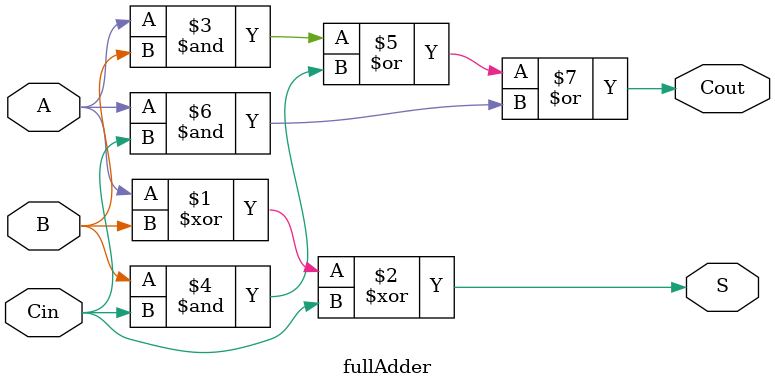
<source format=v>

module fullAdder(
	input A, B, Cin,
	output S, Cout
);

	assign S = A ^ B ^ Cin;
	assign Cout = (A & B) | (B & Cin) | (A & Cin);
	
endmodule 
</source>
